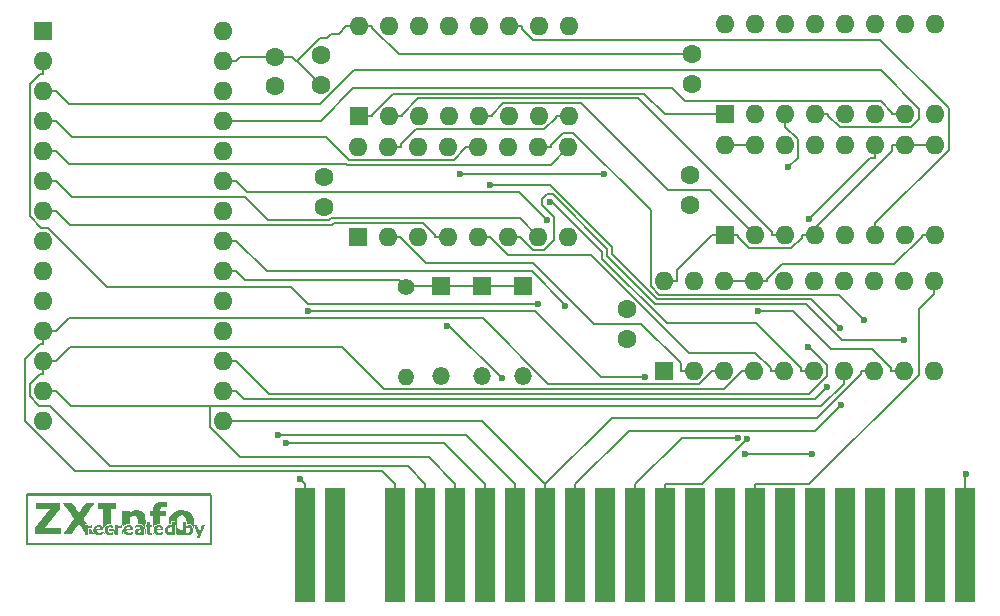
<source format=gbr>
%TF.GenerationSoftware,KiCad,Pcbnew,8.0.2*%
%TF.CreationDate,2024-05-20T10:37:38+02:00*%
%TF.ProjectId,zx81-external-rom-with-display,7a783831-2d65-4787-9465-726e616c2d72,rev?*%
%TF.SameCoordinates,Original*%
%TF.FileFunction,Copper,L1,Top*%
%TF.FilePolarity,Positive*%
%FSLAX46Y46*%
G04 Gerber Fmt 4.6, Leading zero omitted, Abs format (unit mm)*
G04 Created by KiCad (PCBNEW 8.0.2) date 2024-05-20 10:37:38*
%MOMM*%
%LPD*%
G01*
G04 APERTURE LIST*
%TA.AperFunction,EtchedComponent*%
%ADD10C,0.000000*%
%TD*%
%TA.AperFunction,ComponentPad*%
%ADD11C,1.600000*%
%TD*%
%TA.AperFunction,ComponentPad*%
%ADD12R,1.600000X1.600000*%
%TD*%
%TA.AperFunction,ComponentPad*%
%ADD13O,1.600000X1.600000*%
%TD*%
%TA.AperFunction,ComponentPad*%
%ADD14C,1.400000*%
%TD*%
%TA.AperFunction,ComponentPad*%
%ADD15O,1.400000X1.400000*%
%TD*%
%TA.AperFunction,ComponentPad*%
%ADD16R,1.500000X1.500000*%
%TD*%
%TA.AperFunction,ComponentPad*%
%ADD17O,1.500000X1.500000*%
%TD*%
%TA.AperFunction,ConnectorPad*%
%ADD18R,1.778000X9.620000*%
%TD*%
%TA.AperFunction,ViaPad*%
%ADD19C,0.600000*%
%TD*%
%TA.AperFunction,Conductor*%
%ADD20C,0.200000*%
%TD*%
G04 APERTURE END LIST*
D10*
%TA.AperFunction,EtchedComponent*%
%TO.C,G200*%
G36*
X86673239Y-117491726D02*
G01*
X86664180Y-117500785D01*
X86655122Y-117491726D01*
X86664180Y-117482668D01*
X86673239Y-117491726D01*
G37*
%TD.AperFunction*%
%TA.AperFunction,EtchedComponent*%
G36*
X89209615Y-117491726D02*
G01*
X89200557Y-117500785D01*
X89191498Y-117491726D01*
X89200557Y-117482668D01*
X89209615Y-117491726D01*
G37*
%TD.AperFunction*%
%TA.AperFunction,EtchedComponent*%
G36*
X91782226Y-117491726D02*
G01*
X91773167Y-117500785D01*
X91764109Y-117491726D01*
X91773167Y-117482668D01*
X91782226Y-117491726D01*
G37*
%TD.AperFunction*%
%TA.AperFunction,EtchedComponent*%
G36*
X91239722Y-117518902D02*
G01*
X91264255Y-117583892D01*
X91289639Y-117642455D01*
X91302832Y-117668367D01*
X91320634Y-117702735D01*
X91316375Y-117715988D01*
X91286461Y-117718188D01*
X91285033Y-117718188D01*
X91251749Y-117712378D01*
X91239748Y-117687553D01*
X91238717Y-117664907D01*
X91233132Y-117623068D01*
X91220600Y-117600428D01*
X91210112Y-117577107D01*
X91204277Y-117530839D01*
X91203806Y-117504245D01*
X91205130Y-117419258D01*
X91239722Y-117518902D01*
G37*
%TD.AperFunction*%
%TA.AperFunction,EtchedComponent*%
G36*
X88623333Y-117281283D02*
G01*
X88629540Y-117321074D01*
X88629872Y-117334214D01*
X88637028Y-117394150D01*
X88655677Y-117472864D01*
X88681593Y-117556490D01*
X88710546Y-117631161D01*
X88734510Y-117677425D01*
X88748660Y-117702212D01*
X88744300Y-117714128D01*
X88714809Y-117717887D01*
X88677248Y-117718188D01*
X88593638Y-117718188D01*
X88593638Y-117491726D01*
X88595033Y-117393622D01*
X88599010Y-117320666D01*
X88605253Y-117276789D01*
X88611755Y-117265264D01*
X88623333Y-117281283D01*
G37*
%TD.AperFunction*%
%TA.AperFunction,EtchedComponent*%
G36*
X85929365Y-117267249D02*
G01*
X85953032Y-117284843D01*
X85982855Y-117320316D01*
X86024933Y-117378776D01*
X86043674Y-117405598D01*
X86087578Y-117469870D01*
X86122345Y-117523248D01*
X86143505Y-117558727D01*
X86147846Y-117568924D01*
X86155739Y-117592297D01*
X86175501Y-117634046D01*
X86184116Y-117650518D01*
X86220385Y-117718188D01*
X86011447Y-117718188D01*
X85802509Y-117718188D01*
X85807595Y-117496256D01*
X85812682Y-117274323D01*
X85876092Y-117265259D01*
X85905751Y-117262424D01*
X85929365Y-117267249D01*
G37*
%TD.AperFunction*%
%TA.AperFunction,EtchedComponent*%
G36*
X87077967Y-117472241D02*
G01*
X87095034Y-117522991D01*
X87098643Y-117534427D01*
X87121065Y-117597917D01*
X87144556Y-117652807D01*
X87157593Y-117676847D01*
X87172757Y-117703006D01*
X87167774Y-117714853D01*
X87136134Y-117718056D01*
X87110130Y-117718188D01*
X87035578Y-117718188D01*
X87035578Y-117631227D01*
X87031666Y-117575725D01*
X87021756Y-117534644D01*
X87015650Y-117524337D01*
X87008334Y-117500831D01*
X87031251Y-117468878D01*
X87051563Y-117450522D01*
X87065306Y-117449864D01*
X87077967Y-117472241D01*
G37*
%TD.AperFunction*%
%TA.AperFunction,EtchedComponent*%
G36*
X83339715Y-115343105D02*
G01*
X83339715Y-115594984D01*
X82686060Y-116398419D01*
X82032406Y-117201855D01*
X82722294Y-117206599D01*
X83412183Y-117211344D01*
X83412183Y-117464766D01*
X83412183Y-117718188D01*
X82307048Y-117718188D01*
X81201912Y-117718188D01*
X81201912Y-117473810D01*
X81201912Y-117229432D01*
X81854789Y-116418496D01*
X82507667Y-115607561D01*
X81891023Y-115602794D01*
X81274380Y-115598027D01*
X81274380Y-115344627D01*
X81274380Y-115091227D01*
X82307048Y-115091227D01*
X83339715Y-115091227D01*
X83339715Y-115343105D01*
G37*
%TD.AperFunction*%
%TA.AperFunction,EtchedComponent*%
G36*
X85731156Y-117011626D02*
G01*
X85732470Y-117049745D01*
X85735635Y-117065747D01*
X85735685Y-117065748D01*
X85752848Y-117058094D01*
X85793393Y-117038277D01*
X85846940Y-117011397D01*
X85910848Y-116982940D01*
X85969767Y-116963336D01*
X86005464Y-116957275D01*
X86034508Y-116959000D01*
X86049966Y-116969963D01*
X86056122Y-116998851D01*
X86057259Y-117054347D01*
X86057262Y-117062307D01*
X86057262Y-117167338D01*
X85944030Y-117160384D01*
X85874864Y-117159698D01*
X85813160Y-117165122D01*
X85780978Y-117172665D01*
X85731156Y-117191899D01*
X85731156Y-117473161D01*
X85731156Y-117754422D01*
X85613396Y-117754422D01*
X85495635Y-117754422D01*
X85495635Y-117355849D01*
X85495635Y-116957275D01*
X85613396Y-116957275D01*
X85731156Y-116957275D01*
X85731156Y-117011626D01*
G37*
%TD.AperFunction*%
%TA.AperFunction,EtchedComponent*%
G36*
X88267533Y-117011626D02*
G01*
X88268846Y-117049745D01*
X88272011Y-117065747D01*
X88272062Y-117065748D01*
X88289224Y-117058094D01*
X88329770Y-117038277D01*
X88383317Y-117011397D01*
X88447224Y-116982940D01*
X88506143Y-116963336D01*
X88541840Y-116957275D01*
X88570885Y-116959000D01*
X88586343Y-116969963D01*
X88592499Y-116998851D01*
X88593636Y-117054347D01*
X88593638Y-117062307D01*
X88593638Y-117167338D01*
X88480407Y-117160384D01*
X88411241Y-117159698D01*
X88349537Y-117165122D01*
X88317354Y-117172665D01*
X88267533Y-117191899D01*
X88267533Y-117473161D01*
X88267533Y-117754422D01*
X88149772Y-117754422D01*
X88032012Y-117754422D01*
X88032012Y-117355849D01*
X88032012Y-116957275D01*
X88149772Y-116957275D01*
X88267533Y-116957275D01*
X88267533Y-117011626D01*
G37*
%TD.AperFunction*%
%TA.AperFunction,EtchedComponent*%
G36*
X88068246Y-115326748D02*
G01*
X88068246Y-115562268D01*
X87850842Y-115562268D01*
X87633438Y-115562268D01*
X87633438Y-116205421D01*
X87633438Y-116848574D01*
X87520207Y-116849369D01*
X87390818Y-116860728D01*
X87285211Y-116894868D01*
X87199174Y-116954890D01*
X87128497Y-117043894D01*
X87068966Y-117164980D01*
X87059961Y-117188155D01*
X87050802Y-117204162D01*
X87040578Y-117198716D01*
X87026571Y-117167468D01*
X87006066Y-117106067D01*
X87003386Y-117097570D01*
X86992907Y-117063073D01*
X86984373Y-117030192D01*
X86977590Y-116994908D01*
X86972359Y-116953201D01*
X86968485Y-116901053D01*
X86965770Y-116834444D01*
X86964018Y-116749356D01*
X86963034Y-116641768D01*
X86962619Y-116507663D01*
X86962577Y-116343021D01*
X86962623Y-116264301D01*
X86963110Y-115562268D01*
X86745707Y-115562268D01*
X86528303Y-115562268D01*
X86528303Y-115326748D01*
X86528303Y-115091227D01*
X87298274Y-115091227D01*
X88068246Y-115091227D01*
X88068246Y-115326748D01*
G37*
%TD.AperFunction*%
%TA.AperFunction,EtchedComponent*%
G36*
X87605784Y-117234943D02*
G01*
X87633129Y-117237989D01*
X87697165Y-117249458D01*
X87751724Y-117265595D01*
X87773208Y-117275783D01*
X87822735Y-117296318D01*
X87871962Y-117299842D01*
X87908003Y-117286484D01*
X87916758Y-117274323D01*
X87932463Y-117246749D01*
X87944590Y-117255206D01*
X87953141Y-117299699D01*
X87958119Y-117380237D01*
X87959544Y-117482668D01*
X87958200Y-117583394D01*
X87954359Y-117658666D01*
X87948308Y-117704748D01*
X87941427Y-117718188D01*
X87930912Y-117701933D01*
X87924375Y-117660536D01*
X87923310Y-117631227D01*
X87920076Y-117576428D01*
X87911876Y-117536716D01*
X87906727Y-117527054D01*
X87891593Y-117496843D01*
X87884081Y-117464551D01*
X87864482Y-117427193D01*
X87823175Y-117413175D01*
X87766812Y-117423282D01*
X87721580Y-117445364D01*
X87658483Y-117471190D01*
X87586920Y-117481972D01*
X87520180Y-117477224D01*
X87471553Y-117456458D01*
X87469393Y-117454594D01*
X87450515Y-117415469D01*
X87452379Y-117360448D01*
X87473010Y-117301861D01*
X87500172Y-117262379D01*
X87524686Y-117241506D01*
X87555872Y-117233098D01*
X87605784Y-117234943D01*
G37*
%TD.AperFunction*%
%TA.AperFunction,EtchedComponent*%
G36*
X90930728Y-116839515D02*
G01*
X90930728Y-116957275D01*
X91048488Y-116957275D01*
X91166249Y-116957275D01*
X91166249Y-117047860D01*
X91166249Y-117138445D01*
X91048488Y-117138445D01*
X90930728Y-117138445D01*
X90930995Y-117315086D01*
X90933035Y-117419270D01*
X90940636Y-117492583D01*
X90956568Y-117540282D01*
X90983600Y-117567622D01*
X91024502Y-117579859D01*
X91071837Y-117582311D01*
X91166313Y-117582311D01*
X91166281Y-117665996D01*
X91164749Y-117717229D01*
X91154923Y-117743295D01*
X91128878Y-117755259D01*
X91098310Y-117760911D01*
X90972964Y-117770216D01*
X90860233Y-117756427D01*
X90846175Y-117752660D01*
X90795889Y-117727306D01*
X90747719Y-117686893D01*
X90742002Y-117680436D01*
X90723105Y-117656362D01*
X90710128Y-117632243D01*
X90701960Y-117600989D01*
X90697491Y-117555513D01*
X90695611Y-117488724D01*
X90695209Y-117393533D01*
X90695207Y-117381634D01*
X90695207Y-117138445D01*
X90640856Y-117138445D01*
X90608682Y-117136466D01*
X90592638Y-117124298D01*
X90587116Y-117092593D01*
X90586505Y-117047860D01*
X90587693Y-116994236D01*
X90594994Y-116967496D01*
X90614017Y-116958293D01*
X90640856Y-116957275D01*
X90695207Y-116957275D01*
X90695207Y-116839515D01*
X90695207Y-116721755D01*
X90812968Y-116721755D01*
X90930728Y-116721755D01*
X90930728Y-116839515D01*
G37*
%TD.AperFunction*%
%TA.AperFunction,EtchedComponent*%
G36*
X96152598Y-114308016D02*
G01*
X96211826Y-114367245D01*
X96211826Y-116450000D01*
X96211826Y-118532756D01*
X96152598Y-118591984D01*
X96093370Y-118651213D01*
X88344182Y-118654627D01*
X87815953Y-118654825D01*
X87296796Y-118654951D01*
X86787890Y-118655006D01*
X86290415Y-118654993D01*
X85805551Y-118654913D01*
X85334478Y-118654768D01*
X84878377Y-118654560D01*
X84438427Y-118654290D01*
X84015809Y-118653960D01*
X83611703Y-118653573D01*
X83227289Y-118653129D01*
X82863746Y-118652630D01*
X82522256Y-118652079D01*
X82203997Y-118651477D01*
X81910151Y-118650826D01*
X81641898Y-118650127D01*
X81400417Y-118649382D01*
X81186888Y-118648594D01*
X81002492Y-118647763D01*
X80848410Y-118646892D01*
X80725820Y-118645982D01*
X80635903Y-118645035D01*
X80579839Y-118644054D01*
X80558808Y-118643038D01*
X80558759Y-118643020D01*
X80521804Y-118619603D01*
X80480575Y-118582801D01*
X80477233Y-118579266D01*
X80431941Y-118530533D01*
X80431941Y-116450000D01*
X80640286Y-116450000D01*
X80640286Y-118442867D01*
X88321883Y-118442867D01*
X96003481Y-118442867D01*
X96003481Y-116450000D01*
X96003481Y-114457133D01*
X88321883Y-114457133D01*
X80640286Y-114457133D01*
X80640286Y-116450000D01*
X80431941Y-116450000D01*
X80431941Y-116448889D01*
X80431941Y-114457133D01*
X80431941Y-114367245D01*
X80491169Y-114308016D01*
X80550398Y-114248788D01*
X88321883Y-114248788D01*
X96093369Y-114248788D01*
X96152598Y-114308016D01*
G37*
%TD.AperFunction*%
%TA.AperFunction,EtchedComponent*%
G36*
X93050414Y-117201855D02*
G01*
X93050414Y-117754422D01*
X92923595Y-117754422D01*
X92856866Y-117753407D01*
X92818632Y-117748926D01*
X92801180Y-117738825D01*
X92796794Y-117720952D01*
X92796777Y-117719022D01*
X92794775Y-117700124D01*
X92783578Y-117694758D01*
X92755401Y-117703653D01*
X92702455Y-117727534D01*
X92701662Y-117727903D01*
X92612080Y-117761498D01*
X92535027Y-117769435D01*
X92457915Y-117752171D01*
X92423586Y-117738019D01*
X92340494Y-117682250D01*
X92281726Y-117601038D01*
X92246879Y-117493562D01*
X92235967Y-117364016D01*
X92488788Y-117364016D01*
X92496576Y-117436621D01*
X92517104Y-117501369D01*
X92546114Y-117547310D01*
X92565404Y-117561127D01*
X92616851Y-117570658D01*
X92682740Y-117569430D01*
X92743115Y-117558064D01*
X92750900Y-117555358D01*
X92797967Y-117537463D01*
X92792843Y-117333425D01*
X92787718Y-117129387D01*
X92717449Y-117123625D01*
X92627643Y-117130198D01*
X92559277Y-117165631D01*
X92513372Y-117228846D01*
X92490954Y-117318769D01*
X92488788Y-117364016D01*
X92235967Y-117364016D01*
X92235545Y-117359003D01*
X92235548Y-117357675D01*
X92250170Y-117228175D01*
X92292034Y-117120315D01*
X92359530Y-117036101D01*
X92451046Y-116977538D01*
X92564973Y-116946635D01*
X92565473Y-116946569D01*
X92659517Y-116948868D01*
X92719779Y-116964186D01*
X92796777Y-116991902D01*
X92796777Y-116820595D01*
X92796777Y-116649287D01*
X92923595Y-116649287D01*
X93050414Y-116649287D01*
X93050414Y-117201855D01*
G37*
%TD.AperFunction*%
%TA.AperFunction,EtchedComponent*%
G36*
X95052804Y-117197325D02*
G01*
X95085121Y-117284995D01*
X95113912Y-117360523D01*
X95136584Y-117417298D01*
X95150546Y-117448710D01*
X95152785Y-117452366D01*
X95164047Y-117443177D01*
X95183953Y-117404136D01*
X95210604Y-117340055D01*
X95242100Y-117255748D01*
X95276541Y-117156026D01*
X95307116Y-117061448D01*
X95339770Y-116957275D01*
X95463280Y-116957275D01*
X95524904Y-116959098D01*
X95569222Y-116963885D01*
X95586933Y-116970615D01*
X95586956Y-116970863D01*
X95580473Y-116990413D01*
X95562020Y-117039409D01*
X95533223Y-117113708D01*
X95495703Y-117209169D01*
X95451085Y-117321650D01*
X95400992Y-117447008D01*
X95374082Y-117514011D01*
X95161042Y-118043570D01*
X95029694Y-118043932D01*
X94965953Y-118042773D01*
X94919268Y-118039381D01*
X94898643Y-118034453D01*
X94898346Y-118033743D01*
X94905135Y-118013183D01*
X94923067Y-117968584D01*
X94948486Y-117908982D01*
X94952697Y-117899358D01*
X94979100Y-117836591D01*
X94998425Y-117785679D01*
X95006931Y-117756558D01*
X95007048Y-117754944D01*
X95000751Y-117732567D01*
X94983153Y-117681755D01*
X94956193Y-117607800D01*
X94921811Y-117515995D01*
X94881946Y-117411633D01*
X94868764Y-117377524D01*
X94827033Y-117269420D01*
X94789509Y-117171424D01*
X94758279Y-117089051D01*
X94735429Y-117027814D01*
X94723048Y-116993229D01*
X94721716Y-116988980D01*
X94721090Y-116972300D01*
X94735426Y-116962718D01*
X94771742Y-116958340D01*
X94837056Y-116957276D01*
X94839323Y-116957275D01*
X94965697Y-116957275D01*
X95052804Y-117197325D01*
G37*
%TD.AperFunction*%
%TA.AperFunction,EtchedComponent*%
G36*
X87639831Y-116952509D02*
G01*
X87716855Y-116960281D01*
X87773845Y-116971669D01*
X87850842Y-116994906D01*
X87850842Y-117102910D01*
X87849743Y-117160042D01*
X87846889Y-117199192D01*
X87843633Y-117210913D01*
X87825128Y-117202699D01*
X87785832Y-117181726D01*
X87757577Y-117165839D01*
X87662678Y-117127245D01*
X87571643Y-117119885D01*
X87490271Y-117143637D01*
X87449036Y-117172290D01*
X87416817Y-117204794D01*
X87398154Y-117238067D01*
X87388292Y-117284529D01*
X87383248Y-117344120D01*
X87380099Y-117409199D01*
X87383631Y-117450877D01*
X87397834Y-117481886D01*
X87426701Y-117514960D01*
X87441459Y-117529832D01*
X87480316Y-117566423D01*
X87512173Y-117585216D01*
X87551108Y-117590899D01*
X87611200Y-117588158D01*
X87615713Y-117587833D01*
X87710834Y-117572173D01*
X87777691Y-117540388D01*
X87815213Y-117514430D01*
X87839039Y-117501211D01*
X87841050Y-117500785D01*
X87846252Y-117517235D01*
X87849803Y-117559930D01*
X87850842Y-117607714D01*
X87849787Y-117667771D01*
X87843442Y-117701948D01*
X87827034Y-117720595D01*
X87795791Y-117734060D01*
X87791962Y-117735416D01*
X87715021Y-117753392D01*
X87619041Y-117763049D01*
X87520437Y-117763547D01*
X87435622Y-117754045D01*
X87434152Y-117753741D01*
X87329942Y-117715539D01*
X87239384Y-117650790D01*
X87172265Y-117566751D01*
X87165826Y-117554893D01*
X87143332Y-117504381D01*
X87131541Y-117454765D01*
X87128206Y-117392353D01*
X87129660Y-117334667D01*
X87134730Y-117257638D01*
X87144758Y-117203631D01*
X87163404Y-117159458D01*
X87189640Y-117118543D01*
X87266483Y-117037049D01*
X87364229Y-116982792D01*
X87485096Y-116954765D01*
X87560079Y-116950190D01*
X87639831Y-116952509D01*
G37*
%TD.AperFunction*%
%TA.AperFunction,EtchedComponent*%
G36*
X94028731Y-116839515D02*
G01*
X94030253Y-116919679D01*
X94034403Y-116982488D01*
X94040556Y-117020985D01*
X94045812Y-117029743D01*
X94071431Y-117021293D01*
X94113022Y-117000412D01*
X94122809Y-116994838D01*
X94222577Y-116954565D01*
X94321867Y-116946445D01*
X94414686Y-116968234D01*
X94495042Y-117017684D01*
X94556944Y-117092550D01*
X94589268Y-117169655D01*
X94604093Y-117258095D01*
X94607208Y-117361619D01*
X94598632Y-117461027D01*
X94588881Y-117507211D01*
X94555191Y-117579738D01*
X94499489Y-117651641D01*
X94432216Y-117711890D01*
X94363811Y-117749456D01*
X94357728Y-117751416D01*
X94284451Y-117767980D01*
X94217789Y-117768034D01*
X94140589Y-117751091D01*
X94119316Y-117744670D01*
X94065682Y-117731785D01*
X94035508Y-117732888D01*
X94031750Y-117736823D01*
X94011946Y-117745882D01*
X93966170Y-117752235D01*
X93909461Y-117754422D01*
X93793210Y-117754422D01*
X93793210Y-117381032D01*
X94028731Y-117381032D01*
X94029840Y-117459841D01*
X94032831Y-117524632D01*
X94037205Y-117567172D01*
X94040809Y-117579292D01*
X94070279Y-117589219D01*
X94121517Y-117591328D01*
X94181105Y-117586454D01*
X94235622Y-117575431D01*
X94261624Y-117565553D01*
X94313929Y-117521711D01*
X94344494Y-117453769D01*
X94354823Y-117358316D01*
X94354836Y-117354097D01*
X94346394Y-117272398D01*
X94323474Y-117204640D01*
X94289691Y-117159793D01*
X94272498Y-117149699D01*
X94214363Y-117138956D01*
X94146456Y-117141869D01*
X94087161Y-117156909D01*
X94068996Y-117166648D01*
X94050750Y-117182195D01*
X94039024Y-117203099D01*
X94032395Y-117236938D01*
X94029439Y-117291293D01*
X94028733Y-117373744D01*
X94028731Y-117381032D01*
X93793210Y-117381032D01*
X93793210Y-117201855D01*
X93793210Y-116649287D01*
X93910971Y-116649287D01*
X94028731Y-116649287D01*
X94028731Y-116839515D01*
G37*
%TD.AperFunction*%
%TA.AperFunction,EtchedComponent*%
G36*
X92140914Y-114953990D02*
G01*
X92225638Y-114959998D01*
X92302139Y-114966686D01*
X92359708Y-114973055D01*
X92380964Y-114976360D01*
X92434437Y-114987054D01*
X92434437Y-115213365D01*
X92434259Y-115307086D01*
X92433013Y-115370170D01*
X92429635Y-115408211D01*
X92423056Y-115426806D01*
X92412213Y-115431551D01*
X92396038Y-115428042D01*
X92393674Y-115427327D01*
X92357565Y-115420657D01*
X92296256Y-115413474D01*
X92220739Y-115406987D01*
X92189858Y-115404910D01*
X92066502Y-115403545D01*
X91972888Y-115418254D01*
X91905221Y-115451401D01*
X91859704Y-115505351D01*
X91832539Y-115582467D01*
X91824413Y-115632445D01*
X91813413Y-115725321D01*
X92060515Y-115725321D01*
X92307618Y-115725321D01*
X92307618Y-115942725D01*
X92307618Y-116160129D01*
X92072097Y-116160129D01*
X91836577Y-116160129D01*
X91836577Y-116504351D01*
X91836577Y-116848574D01*
X91686140Y-116848574D01*
X91545994Y-116861036D01*
X91430635Y-116898918D01*
X91338315Y-116962966D01*
X91291408Y-117016792D01*
X91260339Y-117058382D01*
X91244738Y-117072872D01*
X91239306Y-117062858D01*
X91238717Y-117042589D01*
X91232408Y-117003164D01*
X91220600Y-116984451D01*
X91214440Y-116962681D01*
X91209424Y-116907540D01*
X91205677Y-116821878D01*
X91203323Y-116708545D01*
X91202483Y-116570389D01*
X91202483Y-116566691D01*
X91202483Y-116160129D01*
X91066605Y-116160129D01*
X90930728Y-116160129D01*
X90930728Y-115942725D01*
X90930728Y-115725321D01*
X91064341Y-115725321D01*
X91197953Y-115725321D01*
X91209277Y-115668706D01*
X91217704Y-115606792D01*
X91220600Y-115552854D01*
X91226013Y-115504352D01*
X91240105Y-115437285D01*
X91257021Y-115375700D01*
X91314431Y-115246561D01*
X91399591Y-115140507D01*
X91512208Y-115057678D01*
X91651988Y-114998214D01*
X91818637Y-114962255D01*
X92011862Y-114949941D01*
X92140914Y-114953990D01*
G37*
%TD.AperFunction*%
%TA.AperFunction,EtchedComponent*%
G36*
X86713533Y-116954681D02*
G01*
X86791989Y-116972705D01*
X86854060Y-117006297D01*
X86901966Y-117050668D01*
X86941918Y-117101388D01*
X86967458Y-117154360D01*
X86983608Y-117222457D01*
X86991314Y-117279739D01*
X87004024Y-117392083D01*
X86711813Y-117392083D01*
X86602908Y-117392297D01*
X86525045Y-117393364D01*
X86473034Y-117395924D01*
X86441682Y-117400615D01*
X86425799Y-117408075D01*
X86420193Y-117418943D01*
X86419601Y-117428031D01*
X86431176Y-117463371D01*
X86460138Y-117508354D01*
X86472466Y-117523145D01*
X86500941Y-117552894D01*
X86527438Y-117570513D01*
X86562395Y-117579173D01*
X86616253Y-117582045D01*
X86667223Y-117582311D01*
X86752771Y-117579568D01*
X86815699Y-117569691D01*
X86869320Y-117550207D01*
X86886671Y-117541548D01*
X86933751Y-117517740D01*
X86966221Y-117503056D01*
X86973631Y-117500785D01*
X86977847Y-117517160D01*
X86979016Y-117559512D01*
X86977602Y-117603214D01*
X86973393Y-117661586D01*
X86964219Y-117694736D01*
X86943383Y-117713633D01*
X86904188Y-117729248D01*
X86899701Y-117730808D01*
X86805186Y-117753117D01*
X86692538Y-117764072D01*
X86577803Y-117763163D01*
X86477025Y-117749883D01*
X86456854Y-117744843D01*
X86341930Y-117698987D01*
X86256871Y-117633568D01*
X86200627Y-117547063D01*
X86172147Y-117437951D01*
X86168923Y-117327518D01*
X86175185Y-117250577D01*
X86175945Y-117247147D01*
X86402261Y-117247147D01*
X86573984Y-117247147D01*
X86655922Y-117246171D01*
X86707742Y-117242602D01*
X86735523Y-117235477D01*
X86745345Y-117223834D01*
X86745707Y-117219972D01*
X86730361Y-117173961D01*
X86690129Y-117141959D01*
X86633721Y-117124399D01*
X86569846Y-117121716D01*
X86507212Y-117134342D01*
X86454530Y-117162712D01*
X86421987Y-117203852D01*
X86402261Y-117247147D01*
X86175945Y-117247147D01*
X86187343Y-117195725D01*
X86209495Y-117148859D01*
X86229833Y-117117931D01*
X86304721Y-117036602D01*
X86397553Y-116982638D01*
X86512085Y-116954366D01*
X86609346Y-116948976D01*
X86713533Y-116954681D01*
G37*
%TD.AperFunction*%
%TA.AperFunction,EtchedComponent*%
G36*
X89249910Y-116954681D02*
G01*
X89328365Y-116972705D01*
X89390436Y-117006297D01*
X89438343Y-117050668D01*
X89478294Y-117101388D01*
X89503834Y-117154360D01*
X89519984Y-117222457D01*
X89527691Y-117279739D01*
X89540401Y-117392083D01*
X89248189Y-117392083D01*
X89139285Y-117392297D01*
X89061422Y-117393364D01*
X89009410Y-117395924D01*
X88978058Y-117400615D01*
X88962175Y-117408075D01*
X88956569Y-117418943D01*
X88955978Y-117428031D01*
X88967553Y-117463371D01*
X88996514Y-117508354D01*
X89008842Y-117523145D01*
X89037318Y-117552894D01*
X89063814Y-117570513D01*
X89098772Y-117579173D01*
X89152629Y-117582045D01*
X89203600Y-117582311D01*
X89289148Y-117579568D01*
X89352076Y-117569691D01*
X89405696Y-117550207D01*
X89423048Y-117541548D01*
X89470128Y-117517740D01*
X89502598Y-117503056D01*
X89510007Y-117500785D01*
X89514224Y-117517160D01*
X89515392Y-117559512D01*
X89513979Y-117603214D01*
X89509770Y-117661586D01*
X89500596Y-117694736D01*
X89479760Y-117713633D01*
X89440564Y-117729248D01*
X89436077Y-117730808D01*
X89341562Y-117753117D01*
X89228915Y-117764072D01*
X89114180Y-117763163D01*
X89013402Y-117749883D01*
X88993231Y-117744843D01*
X88878307Y-117698987D01*
X88793248Y-117633568D01*
X88737003Y-117547063D01*
X88708524Y-117437951D01*
X88705299Y-117327518D01*
X88711562Y-117250577D01*
X88712322Y-117247147D01*
X88938637Y-117247147D01*
X89110360Y-117247147D01*
X89192298Y-117246171D01*
X89244118Y-117242602D01*
X89271900Y-117235477D01*
X89281721Y-117223834D01*
X89282083Y-117219972D01*
X89266737Y-117173961D01*
X89226506Y-117141959D01*
X89170098Y-117124399D01*
X89106222Y-117121716D01*
X89043589Y-117134342D01*
X88990907Y-117162712D01*
X88958364Y-117203852D01*
X88938637Y-117247147D01*
X88712322Y-117247147D01*
X88723720Y-117195725D01*
X88745872Y-117148859D01*
X88766210Y-117117931D01*
X88841098Y-117036602D01*
X88933930Y-116982638D01*
X89048462Y-116954366D01*
X89145722Y-116948976D01*
X89249910Y-116954681D01*
G37*
%TD.AperFunction*%
%TA.AperFunction,EtchedComponent*%
G36*
X91822520Y-116954681D02*
G01*
X91900976Y-116972705D01*
X91963047Y-117006297D01*
X92010953Y-117050668D01*
X92050905Y-117101388D01*
X92076445Y-117154360D01*
X92092595Y-117222457D01*
X92100301Y-117279739D01*
X92113012Y-117392083D01*
X91820800Y-117392083D01*
X91711895Y-117392297D01*
X91634033Y-117393364D01*
X91582021Y-117395924D01*
X91550669Y-117400615D01*
X91534786Y-117408075D01*
X91529180Y-117418943D01*
X91528588Y-117428031D01*
X91540164Y-117463371D01*
X91569125Y-117508354D01*
X91581453Y-117523145D01*
X91609928Y-117552894D01*
X91636425Y-117570513D01*
X91671382Y-117579173D01*
X91725240Y-117582045D01*
X91776210Y-117582311D01*
X91861758Y-117579568D01*
X91924686Y-117569691D01*
X91978307Y-117550207D01*
X91995658Y-117541548D01*
X92042738Y-117517740D01*
X92075208Y-117503056D01*
X92082618Y-117500785D01*
X92086835Y-117517160D01*
X92088003Y-117559512D01*
X92086589Y-117603214D01*
X92082380Y-117661586D01*
X92073206Y-117694736D01*
X92052371Y-117713633D01*
X92013175Y-117729248D01*
X92008688Y-117730808D01*
X91914173Y-117753117D01*
X91801526Y-117764072D01*
X91686790Y-117763163D01*
X91586012Y-117749883D01*
X91565841Y-117744843D01*
X91450918Y-117698987D01*
X91365858Y-117633568D01*
X91309614Y-117547063D01*
X91281134Y-117437951D01*
X91277910Y-117327518D01*
X91284172Y-117250577D01*
X91284932Y-117247147D01*
X91511248Y-117247147D01*
X91682971Y-117247147D01*
X91764909Y-117246171D01*
X91816729Y-117242602D01*
X91844510Y-117235477D01*
X91854332Y-117223834D01*
X91854694Y-117219972D01*
X91839348Y-117173961D01*
X91799116Y-117141959D01*
X91742708Y-117124399D01*
X91678833Y-117121716D01*
X91616200Y-117134342D01*
X91563517Y-117162712D01*
X91530974Y-117203852D01*
X91511248Y-117247147D01*
X91284932Y-117247147D01*
X91296330Y-117195725D01*
X91318482Y-117148859D01*
X91338820Y-117117931D01*
X91413708Y-117036602D01*
X91506540Y-116982638D01*
X91621072Y-116954366D01*
X91718333Y-116948976D01*
X91822520Y-116954681D01*
G37*
%TD.AperFunction*%
%TA.AperFunction,EtchedComponent*%
G36*
X90185101Y-116954859D02*
G01*
X90236187Y-116963838D01*
X90281359Y-116979304D01*
X90297939Y-116986631D01*
X90345337Y-117011563D01*
X90381097Y-117040232D01*
X90406823Y-117077863D01*
X90424124Y-117129678D01*
X90434604Y-117200902D01*
X90439870Y-117296759D01*
X90441529Y-117422471D01*
X90441570Y-117453701D01*
X90441570Y-117754422D01*
X90314751Y-117754422D01*
X90248104Y-117753445D01*
X90209922Y-117749036D01*
X90192459Y-117738984D01*
X90187967Y-117721073D01*
X90187932Y-117718188D01*
X90186265Y-117692233D01*
X90175958Y-117684807D01*
X90149052Y-117695974D01*
X90109426Y-117718807D01*
X90015013Y-117756094D01*
X89912745Y-117765746D01*
X89815598Y-117746954D01*
X89795089Y-117738405D01*
X89721517Y-117686809D01*
X89677462Y-117614430D01*
X89662544Y-117520639D01*
X89662540Y-117518902D01*
X89666204Y-117491414D01*
X89904301Y-117491414D01*
X89907871Y-117519528D01*
X89923570Y-117546077D01*
X89953984Y-117577982D01*
X89997713Y-117590364D01*
X90024444Y-117591370D01*
X90084253Y-117585895D01*
X90136686Y-117572498D01*
X90141787Y-117570345D01*
X90170171Y-117552533D01*
X90183827Y-117525237D01*
X90187839Y-117476485D01*
X90187932Y-117461643D01*
X90186507Y-117409079D01*
X90178646Y-117383279D01*
X90158971Y-117374786D01*
X90138110Y-117374067D01*
X90057836Y-117383372D01*
X89985738Y-117407923D01*
X89933727Y-117443162D01*
X89922981Y-117456391D01*
X89904301Y-117491414D01*
X89666204Y-117491414D01*
X89673723Y-117435003D01*
X89708986Y-117368430D01*
X89770904Y-117317258D01*
X89862047Y-117279561D01*
X89984989Y-117253412D01*
X90024404Y-117248029D01*
X90094413Y-117239432D01*
X90148957Y-117232862D01*
X90179436Y-117229349D01*
X90182927Y-117229030D01*
X90187427Y-117214290D01*
X90187932Y-117202882D01*
X90171479Y-117166726D01*
X90126635Y-117140326D01*
X90060170Y-117124690D01*
X89978856Y-117120829D01*
X89889462Y-117129749D01*
X89814884Y-117147308D01*
X89763435Y-117162655D01*
X89728716Y-117172520D01*
X89720473Y-117174483D01*
X89718350Y-117158298D01*
X89718802Y-117116555D01*
X89720473Y-117080786D01*
X89725570Y-117024814D01*
X89736384Y-116994135D01*
X89758842Y-116977807D01*
X89780300Y-116970369D01*
X89821260Y-116963122D01*
X89887835Y-116956904D01*
X89969406Y-116952552D01*
X90024879Y-116951127D01*
X90118024Y-116951059D01*
X90185101Y-116954859D01*
G37*
%TD.AperFunction*%
%TA.AperFunction,EtchedComponent*%
G36*
X85999787Y-115091671D02*
G01*
X86095844Y-115093159D01*
X86162931Y-115095920D01*
X86204677Y-115100185D01*
X86224707Y-115106187D01*
X86226828Y-115113873D01*
X86213565Y-115133036D01*
X86181385Y-115178371D01*
X86132585Y-115246676D01*
X86069462Y-115334747D01*
X85994313Y-115439381D01*
X85909435Y-115557377D01*
X85817124Y-115685531D01*
X85772835Y-115746958D01*
X85678431Y-115878123D01*
X85590961Y-116000171D01*
X85512635Y-116109981D01*
X85445663Y-116204429D01*
X85392256Y-116280393D01*
X85354623Y-116334751D01*
X85334976Y-116364379D01*
X85332582Y-116368897D01*
X85342438Y-116386946D01*
X85369644Y-116429280D01*
X85410661Y-116490577D01*
X85461951Y-116565518D01*
X85495635Y-116614032D01*
X85551282Y-116694289D01*
X85598765Y-116763767D01*
X85634555Y-116817222D01*
X85655122Y-116849409D01*
X85658688Y-116856315D01*
X85642195Y-116861580D01*
X85599181Y-116866754D01*
X85545457Y-116870355D01*
X85432226Y-116875749D01*
X85423167Y-117246185D01*
X85414109Y-117616621D01*
X85162537Y-117231606D01*
X84910965Y-116846590D01*
X84620719Y-117282389D01*
X84330473Y-117718188D01*
X83960843Y-117718188D01*
X83832121Y-117717743D01*
X83735997Y-117716254D01*
X83668844Y-117713491D01*
X83627037Y-117709222D01*
X83606948Y-117703217D01*
X83604767Y-117695542D01*
X83617794Y-117676359D01*
X83649515Y-117630744D01*
X83697710Y-117561858D01*
X83760161Y-117472860D01*
X83834649Y-117366910D01*
X83918956Y-117247167D01*
X84010864Y-117116792D01*
X84068970Y-117034442D01*
X84519622Y-116395988D01*
X84077962Y-115765428D01*
X83983767Y-115630886D01*
X83895811Y-115505143D01*
X83816318Y-115391385D01*
X83747513Y-115292803D01*
X83691619Y-115212584D01*
X83650863Y-115153916D01*
X83627467Y-115119988D01*
X83622817Y-115113047D01*
X83626446Y-115105507D01*
X83650077Y-115099802D01*
X83697019Y-115095743D01*
X83770586Y-115093138D01*
X83874087Y-115091794D01*
X83995386Y-115091506D01*
X84381441Y-115091786D01*
X84653196Y-115498359D01*
X84725208Y-115605621D01*
X84790718Y-115702289D01*
X84847035Y-115784467D01*
X84891469Y-115848257D01*
X84921330Y-115889763D01*
X84933927Y-115905089D01*
X84934009Y-115905103D01*
X84946222Y-115890817D01*
X84976111Y-115850428D01*
X85020953Y-115787778D01*
X85078025Y-115706710D01*
X85144601Y-115611067D01*
X85217960Y-115504692D01*
X85222381Y-115498250D01*
X85501694Y-115091227D01*
X85871132Y-115091227D01*
X85999787Y-115091671D01*
G37*
%TD.AperFunction*%
%TA.AperFunction,EtchedComponent*%
G36*
X89978082Y-115679546D02*
G01*
X90138875Y-115711439D01*
X90273738Y-115768442D01*
X90383368Y-115851090D01*
X90468463Y-115959918D01*
X90529720Y-116095463D01*
X90533074Y-116105778D01*
X90548326Y-116161651D01*
X90559947Y-116224943D01*
X90568712Y-116302705D01*
X90575401Y-116401992D01*
X90580792Y-116529856D01*
X90581216Y-116542292D01*
X90584931Y-116656659D01*
X90586937Y-116739957D01*
X90586792Y-116797331D01*
X90584055Y-116833925D01*
X90578285Y-116854882D01*
X90569039Y-116865347D01*
X90555876Y-116870462D01*
X90552982Y-116871231D01*
X90531143Y-116881120D01*
X90519382Y-116902333D01*
X90514703Y-116944063D01*
X90514038Y-116990744D01*
X90516825Y-117050559D01*
X90524061Y-117094680D01*
X90532155Y-117111270D01*
X90546307Y-117136306D01*
X90550272Y-117165621D01*
X90557110Y-117203558D01*
X90568388Y-117219972D01*
X90575627Y-117242022D01*
X90581323Y-117294731D01*
X90585080Y-117372540D01*
X90586503Y-117469891D01*
X90586505Y-117474678D01*
X90586216Y-117572707D01*
X90584785Y-117640184D01*
X90581366Y-117682790D01*
X90575114Y-117706205D01*
X90565185Y-117716111D01*
X90550732Y-117718188D01*
X90550272Y-117718188D01*
X90535635Y-117716231D01*
X90525578Y-117706557D01*
X90519245Y-117683463D01*
X90515782Y-117641245D01*
X90514331Y-117574199D01*
X90514038Y-117476660D01*
X90508274Y-117303608D01*
X90489826Y-117162604D01*
X90456957Y-117051157D01*
X90407928Y-116966775D01*
X90341004Y-116906967D01*
X90254447Y-116869240D01*
X90146520Y-116851103D01*
X90076192Y-116848574D01*
X89959597Y-116848574D01*
X89939517Y-116603929D01*
X89927418Y-116480828D01*
X89912671Y-116388161D01*
X89893062Y-116320130D01*
X89866380Y-116270937D01*
X89830411Y-116234785D01*
X89788742Y-116208853D01*
X89716762Y-116186573D01*
X89623195Y-116179353D01*
X89519086Y-116186509D01*
X89415482Y-116207355D01*
X89331905Y-116237205D01*
X89227732Y-116284943D01*
X89227732Y-116566758D01*
X89227732Y-116848574D01*
X89095412Y-116848574D01*
X88961175Y-116863002D01*
X88846515Y-116905510D01*
X88754047Y-116974927D01*
X88718798Y-117016792D01*
X88687729Y-117058382D01*
X88672127Y-117072872D01*
X88666695Y-117062858D01*
X88666106Y-117042589D01*
X88659798Y-117003164D01*
X88647989Y-116984451D01*
X88633837Y-116959415D01*
X88629872Y-116930100D01*
X88623033Y-116892163D01*
X88611755Y-116875749D01*
X88606308Y-116854304D01*
X88601758Y-116798427D01*
X88598161Y-116709915D01*
X88595574Y-116590559D01*
X88594052Y-116442154D01*
X88593638Y-116294937D01*
X88593638Y-115725321D01*
X88910685Y-115725321D01*
X89227732Y-115725321D01*
X89227732Y-115834698D01*
X89227732Y-115944075D01*
X89337913Y-115869253D01*
X89510621Y-115769033D01*
X89680624Y-115704725D01*
X89847713Y-115676391D01*
X89978082Y-115679546D01*
G37*
%TD.AperFunction*%
%TA.AperFunction,EtchedComponent*%
G36*
X93782683Y-115681710D02*
G01*
X93971579Y-115715122D01*
X94145076Y-115774143D01*
X94298715Y-115857654D01*
X94422292Y-115958728D01*
X94537234Y-116097954D01*
X94621308Y-116255179D01*
X94674792Y-116431132D01*
X94697963Y-116626540D01*
X94699059Y-116682801D01*
X94697906Y-116766539D01*
X94693668Y-116821408D01*
X94685179Y-116854720D01*
X94671272Y-116873789D01*
X94668205Y-116876199D01*
X94649253Y-116896565D01*
X94647503Y-116925610D01*
X94657802Y-116965396D01*
X94669057Y-117029998D01*
X94656985Y-117093377D01*
X94655422Y-117097976D01*
X94632592Y-117163920D01*
X94621845Y-117110420D01*
X94592540Y-117034450D01*
X94539884Y-116958304D01*
X94473856Y-116896017D01*
X94464957Y-116889768D01*
X94417333Y-116864546D01*
X94361804Y-116851912D01*
X94287557Y-116848574D01*
X94220871Y-116851418D01*
X94164923Y-116858810D01*
X94136242Y-116867328D01*
X94116080Y-116875233D01*
X94105622Y-116866350D01*
X94101718Y-116833627D01*
X94101199Y-116788821D01*
X94099120Y-116732263D01*
X94093785Y-116691633D01*
X94089169Y-116679530D01*
X94079760Y-116657723D01*
X94064425Y-116609104D01*
X94045715Y-116542089D01*
X94034967Y-116500669D01*
X93999016Y-116382543D01*
X93956390Y-116293716D01*
X93902508Y-116227311D01*
X93832785Y-116176454D01*
X93810967Y-116164658D01*
X93709836Y-116130562D01*
X93600708Y-116123252D01*
X93493024Y-116141138D01*
X93396224Y-116182630D01*
X93319749Y-116246138D01*
X93318533Y-116247573D01*
X93273912Y-116311334D01*
X93241664Y-116384917D01*
X93220319Y-116474666D01*
X93208408Y-116586923D01*
X93204460Y-116728031D01*
X93204444Y-116739872D01*
X93205109Y-116842664D01*
X93207750Y-116917457D01*
X93213390Y-116972474D01*
X93223050Y-117015938D01*
X93237754Y-117056072D01*
X93246093Y-117074810D01*
X93309467Y-117182077D01*
X93387453Y-117257087D01*
X93483318Y-117301995D01*
X93600327Y-117318955D01*
X93616570Y-117319217D01*
X93720742Y-117319615D01*
X93720742Y-117517833D01*
X93722324Y-117602378D01*
X93726658Y-117670236D01*
X93733126Y-117714257D01*
X93738859Y-117727247D01*
X93755330Y-117745687D01*
X93740740Y-117759293D01*
X93699966Y-117767849D01*
X93637887Y-117771133D01*
X93559379Y-117768929D01*
X93469320Y-117761016D01*
X93372589Y-117747177D01*
X93356762Y-117744388D01*
X93283146Y-117729819D01*
X93217722Y-117714709D01*
X93173649Y-117702119D01*
X93171063Y-117701170D01*
X93122882Y-117682851D01*
X93122882Y-117187809D01*
X93122295Y-117055334D01*
X93120637Y-116935399D01*
X93118061Y-116832733D01*
X93114720Y-116752062D01*
X93110766Y-116698114D01*
X93106354Y-116675616D01*
X93106299Y-116675557D01*
X93091165Y-116645345D01*
X93083653Y-116613053D01*
X93079293Y-116591603D01*
X93068395Y-116578288D01*
X93043722Y-116571167D01*
X92998039Y-116568305D01*
X92924108Y-116567762D01*
X92914537Y-116567760D01*
X92751484Y-116567760D01*
X92746196Y-116718872D01*
X92742620Y-116793282D01*
X92737335Y-116837572D01*
X92728896Y-116857853D01*
X92715858Y-116860240D01*
X92713009Y-116859279D01*
X92677221Y-116852260D01*
X92624780Y-116848688D01*
X92614125Y-116848574D01*
X92543139Y-116848574D01*
X92543453Y-116708167D01*
X92559187Y-116502802D01*
X92604681Y-116316920D01*
X92678816Y-116151881D01*
X92780473Y-116009044D01*
X92908534Y-115889767D01*
X93061880Y-115795409D01*
X93239392Y-115727330D01*
X93376520Y-115696194D01*
X93582843Y-115675028D01*
X93782683Y-115681710D01*
G37*
%TD.AperFunction*%
%TD*%
D11*
%TO.P,C2,1*%
%TO.N,+5V*%
X131370000Y-101160000D03*
%TO.P,C2,2*%
%TO.N,GND*%
X131370000Y-98660000D03*
%TD*%
%TO.P,C3,1*%
%TO.N,+5V*%
X136655000Y-87330000D03*
%TO.P,C3,2*%
%TO.N,GND*%
X136655000Y-89830000D03*
%TD*%
%TO.P,C6,1*%
%TO.N,+5V*%
X136810000Y-77090000D03*
%TO.P,C6,2*%
%TO.N,GND*%
X136810000Y-79590000D03*
%TD*%
D12*
%TO.P,U6,1,S*%
%TO.N,~{RFSH}*%
X139680000Y-82160000D03*
D13*
%TO.P,U6,2,I0a*%
%TO.N,/D4'*%
X142220000Y-82160000D03*
%TO.P,U6,3,I1a*%
%TO.N,A7*%
X144760000Y-82160000D03*
%TO.P,U6,4,Za*%
%TO.N,/A7'*%
X147300000Y-82160000D03*
%TO.P,U6,5,I0b*%
%TO.N,/D5'*%
X149840000Y-82160000D03*
%TO.P,U6,6,I1b*%
%TO.N,A8*%
X152380000Y-82160000D03*
%TO.P,U6,7,Zb*%
%TO.N,/A8'*%
X154920000Y-82160000D03*
%TO.P,U6,8,GND*%
%TO.N,GND*%
X157460000Y-82160000D03*
%TO.P,U6,9,Zc*%
%TO.N,unconnected-(U6-Zc-Pad9)*%
X157460000Y-74540000D03*
%TO.P,U6,10,I1c*%
%TO.N,unconnected-(U6-I1c-Pad10)*%
X154920000Y-74540000D03*
%TO.P,U6,11,I0c*%
%TO.N,unconnected-(U6-I0c-Pad11)*%
X152380000Y-74540000D03*
%TO.P,U6,12,Zd*%
%TO.N,unconnected-(U6-Zd-Pad12)*%
X149840000Y-74540000D03*
%TO.P,U6,13,I1d*%
%TO.N,unconnected-(U6-I1d-Pad13)*%
X147300000Y-74540000D03*
%TO.P,U6,14,I0d*%
%TO.N,unconnected-(U6-I0d-Pad14)*%
X144760000Y-74540000D03*
%TO.P,U6,15,E*%
%TO.N,GND*%
X142220000Y-74540000D03*
%TO.P,U6,16,VCC*%
%TO.N,+5V*%
X139680000Y-74540000D03*
%TD*%
D12*
%TO.P,U1,1,NC*%
%TO.N,unconnected-(U1-NC-Pad1)*%
X81890000Y-75100000D03*
D13*
%TO.P,U1,2,A12*%
%TO.N,A12*%
X81890000Y-77640000D03*
%TO.P,U1,3,A7*%
%TO.N,/A7'*%
X81890000Y-80180000D03*
%TO.P,U1,4,A6*%
%TO.N,/A6'*%
X81890000Y-82720000D03*
%TO.P,U1,5,A5*%
%TO.N,/A5'*%
X81890000Y-85260000D03*
%TO.P,U1,6,A4*%
%TO.N,/A4'*%
X81890000Y-87800000D03*
%TO.P,U1,7,A3*%
%TO.N,/A3'*%
X81890000Y-90340000D03*
%TO.P,U1,8,A2*%
%TO.N,/A2'*%
X81890000Y-92880000D03*
%TO.P,U1,9,A1*%
%TO.N,/A1'*%
X81890000Y-95420000D03*
%TO.P,U1,10,A0*%
%TO.N,/A0'*%
X81890000Y-97960000D03*
%TO.P,U1,11,D0*%
%TO.N,D0*%
X81890000Y-100500000D03*
%TO.P,U1,12,D1*%
%TO.N,D1*%
X81890000Y-103040000D03*
%TO.P,U1,13,D2*%
%TO.N,D2*%
X81890000Y-105580000D03*
%TO.P,U1,14,GND*%
%TO.N,GND*%
X81890000Y-108120000D03*
%TO.P,U1,15,D3*%
%TO.N,D3*%
X97130000Y-108120000D03*
%TO.P,U1,16,D4*%
%TO.N,D4*%
X97130000Y-105580000D03*
%TO.P,U1,17,D5*%
%TO.N,D5*%
X97130000Y-103040000D03*
%TO.P,U1,18,D6*%
%TO.N,D6*%
X97130000Y-100500000D03*
%TO.P,U1,19,D7*%
%TO.N,D7*%
X97130000Y-97960000D03*
%TO.P,U1,20,~{CE}*%
%TO.N,~{CS}*%
X97130000Y-95420000D03*
%TO.P,U1,21,A10*%
%TO.N,A10*%
X97130000Y-92880000D03*
%TO.P,U1,22,~{OE/Vpp}*%
%TO.N,~{CS}*%
X97130000Y-90340000D03*
%TO.P,U1,23,A11*%
%TO.N,A11*%
X97130000Y-87800000D03*
%TO.P,U1,24,A9*%
%TO.N,A9*%
X97130000Y-85260000D03*
%TO.P,U1,25,A8*%
%TO.N,/A8'*%
X97130000Y-82720000D03*
%TO.P,U1,26,NC*%
%TO.N,unconnected-(U1-NC-Pad26)*%
X97130000Y-80180000D03*
%TO.P,U1,27,~{WE}*%
%TO.N,+5V*%
X97130000Y-77640000D03*
%TO.P,U1,28,VCC*%
X97130000Y-75100000D03*
%TD*%
D12*
%TO.P,U3,1,B*%
%TO.N,+5V*%
X139615000Y-92380000D03*
D13*
%TO.P,U3,2,QB*%
%TO.N,Net-(U3-QB)*%
X142155000Y-92380000D03*
%TO.P,U3,3,QA*%
%TO.N,Net-(U3-QA)*%
X144695000Y-92380000D03*
%TO.P,U3,4,DOWN*%
%TO.N,+5V*%
X147235000Y-92380000D03*
%TO.P,U3,5,UP*%
%TO.N,~{HALT}*%
X149775000Y-92380000D03*
%TO.P,U3,6,QC*%
%TO.N,Net-(U3-QC)*%
X152315000Y-92380000D03*
%TO.P,U3,7,QD*%
%TO.N,unconnected-(U3-QD-Pad7)*%
X154855000Y-92380000D03*
%TO.P,U3,8,GND*%
%TO.N,GND*%
X157395000Y-92380000D03*
%TO.P,U3,9,D*%
%TO.N,+5V*%
X157395000Y-84760000D03*
%TO.P,U3,10,C*%
X154855000Y-84760000D03*
%TO.P,U3,11,~{LOAD}*%
%TO.N,~{NMI}*%
X152315000Y-84760000D03*
%TO.P,U3,12,~{CO}*%
%TO.N,unconnected-(U3-~{CO}-Pad12)*%
X149775000Y-84760000D03*
%TO.P,U3,13,~{BO}*%
%TO.N,unconnected-(U3-~{BO}-Pad13)*%
X147235000Y-84760000D03*
%TO.P,U3,14,CLR*%
%TO.N,GND*%
X144695000Y-84760000D03*
%TO.P,U3,15,A*%
%TO.N,+5V*%
X142155000Y-84760000D03*
%TO.P,U3,16,VCC*%
X139615000Y-84760000D03*
%TD*%
D11*
%TO.P,C5,1*%
%TO.N,+5V*%
X105690000Y-87500000D03*
%TO.P,C5,2*%
%TO.N,GND*%
X105690000Y-90000000D03*
%TD*%
D12*
%TO.P,U2,1,OE*%
%TO.N,GND*%
X134450000Y-103870000D03*
D13*
%TO.P,U2,2,O0*%
%TO.N,/D0'*%
X136990000Y-103870000D03*
%TO.P,U2,3,D0*%
%TO.N,D0*%
X139530000Y-103870000D03*
%TO.P,U2,4,D1*%
%TO.N,D1*%
X142070000Y-103870000D03*
%TO.P,U2,5,O1*%
%TO.N,/D1'*%
X144610000Y-103870000D03*
%TO.P,U2,6,O2*%
%TO.N,/D2'*%
X147150000Y-103870000D03*
%TO.P,U2,7,D2*%
%TO.N,D2*%
X149690000Y-103870000D03*
%TO.P,U2,8,D3*%
%TO.N,D3*%
X152230000Y-103870000D03*
%TO.P,U2,9,O3*%
%TO.N,/D3'*%
X154770000Y-103870000D03*
%TO.P,U2,10,GND*%
%TO.N,GND*%
X157310000Y-103870000D03*
%TO.P,U2,11,Cp*%
%TO.N,~{RD}*%
X157310000Y-96250000D03*
%TO.P,U2,12,O4*%
%TO.N,/D4'*%
X154770000Y-96250000D03*
%TO.P,U2,13,D4*%
%TO.N,D4*%
X152230000Y-96250000D03*
%TO.P,U2,14,D5*%
%TO.N,D5*%
X149690000Y-96250000D03*
%TO.P,U2,15,O5*%
%TO.N,/D5'*%
X147150000Y-96250000D03*
%TO.P,U2,16,O6*%
%TO.N,unconnected-(U2-O6-Pad16)*%
X144610000Y-96250000D03*
%TO.P,U2,17,D6*%
%TO.N,GND*%
X142070000Y-96250000D03*
%TO.P,U2,18,D7*%
X139530000Y-96250000D03*
%TO.P,U2,19,O7*%
%TO.N,unconnected-(U2-O7-Pad19)*%
X136990000Y-96250000D03*
%TO.P,U2,20,VCC*%
%TO.N,+5V*%
X134450000Y-96250000D03*
%TD*%
D14*
%TO.P,R2,1*%
%TO.N,~{CS}*%
X112670000Y-96815000D03*
D15*
%TO.P,R2,2*%
%TO.N,GND*%
X112670000Y-104435000D03*
%TD*%
D11*
%TO.P,C4,1*%
%TO.N,+5V*%
X105465000Y-79660000D03*
%TO.P,C4,2*%
%TO.N,GND*%
X105465000Y-77160000D03*
%TD*%
D16*
%TO.P,D6,1,K*%
%TO.N,~{CS}*%
X115620000Y-96725000D03*
D17*
%TO.P,D6,2,A*%
%TO.N,A13*%
X115620000Y-104345000D03*
%TD*%
D16*
%TO.P,D5,1,K*%
%TO.N,~{CS}*%
X119080000Y-96715000D03*
D17*
%TO.P,D5,2,A*%
%TO.N,A14*%
X119080000Y-104335000D03*
%TD*%
D16*
%TO.P,D4,1,K*%
%TO.N,~{CS}*%
X122540000Y-96725000D03*
D17*
%TO.P,D4,2,A*%
%TO.N,A15*%
X122540000Y-104345000D03*
%TD*%
D18*
%TO.P,J1,B3,D7*%
%TO.N,D7*%
X104124600Y-118590000D03*
%TO.P,J1,B4,~{RAMCS}*%
%TO.N,unconnected-(J1-~{RAMCS}-PadB4)*%
X106664600Y-118590000D03*
%TO.P,J1,B6,D0*%
%TO.N,D0*%
X111744600Y-118590000D03*
%TO.P,J1,B7,D1*%
%TO.N,D1*%
X114284600Y-118590000D03*
%TO.P,J1,B8,D2*%
%TO.N,D2*%
X116824600Y-118590000D03*
%TO.P,J1,B9,D6*%
%TO.N,D6*%
X119364600Y-118590000D03*
%TO.P,J1,B10,D5*%
%TO.N,D5*%
X121904600Y-118590000D03*
%TO.P,J1,B11,D3*%
%TO.N,D3*%
X124444600Y-118590000D03*
%TO.P,J1,B12,D4*%
%TO.N,D4*%
X126974600Y-118590000D03*
%TO.P,J1,B13,~{INT}*%
%TO.N,unconnected-(J1-~{INT}-PadB13)*%
X129524600Y-118590000D03*
%TO.P,J1,B14,~{NMI}*%
%TO.N,~{NMI}*%
X132064600Y-118590000D03*
%TO.P,J1,B15,~{HALT}*%
%TO.N,~{HALT}*%
X134604600Y-118590000D03*
%TO.P,J1,B16,~{MREQ}*%
%TO.N,~{MREQ}*%
X137144600Y-118590000D03*
%TO.P,J1,B17,~{IOREQ}*%
%TO.N,unconnected-(J1-~{IOREQ}-PadB17)*%
X139684600Y-118590000D03*
%TO.P,J1,B18,~{RD}*%
%TO.N,~{RD}*%
X142224600Y-118590000D03*
%TO.P,J1,B19,~{WR}*%
%TO.N,unconnected-(J1-~{WR}-PadB19)*%
X144764600Y-118590000D03*
%TO.P,J1,B20,~{BUSAC}*%
%TO.N,unconnected-(J1-~{BUSAC}-PadB20)*%
X147304600Y-118590000D03*
%TO.P,J1,B21,~{WAIT}*%
%TO.N,unconnected-(J1-~{WAIT}-PadB21)*%
X149844600Y-118590000D03*
%TO.P,J1,B22,~{BUSRQ}*%
%TO.N,unconnected-(J1-~{BUSRQ}-PadB22)*%
X152384600Y-118590000D03*
%TO.P,J1,B23,~{RESET}*%
%TO.N,unconnected-(J1-~{RESET}-PadB23)*%
X154924600Y-118590000D03*
%TO.P,J1,B24,~{M1}*%
%TO.N,unconnected-(J1-~{M1}-PadB24)*%
X157464600Y-118590000D03*
%TO.P,J1,B25,~{RFSH}*%
%TO.N,~{RFSH}*%
X160004600Y-118590000D03*
%TD*%
D12*
%TO.P,U4,1,S*%
%TO.N,~{RFSH}*%
X108660000Y-82330000D03*
D13*
%TO.P,U4,2,I0a*%
%TO.N,Net-(U3-QA)*%
X111200000Y-82330000D03*
%TO.P,U4,3,I1a*%
%TO.N,A0*%
X113740000Y-82330000D03*
%TO.P,U4,4,Za*%
%TO.N,/A0'*%
X116280000Y-82330000D03*
%TO.P,U4,5,I0b*%
%TO.N,Net-(U3-QB)*%
X118820000Y-82330000D03*
%TO.P,U4,6,I1b*%
%TO.N,A1*%
X121360000Y-82330000D03*
%TO.P,U4,7,Zb*%
%TO.N,/A1'*%
X123900000Y-82330000D03*
%TO.P,U4,8,GND*%
%TO.N,GND*%
X126440000Y-82330000D03*
%TO.P,U4,9,Zc*%
%TO.N,/A2'*%
X126440000Y-74710000D03*
%TO.P,U4,10,I1c*%
%TO.N,A2*%
X123900000Y-74710000D03*
%TO.P,U4,11,I0c*%
%TO.N,Net-(U3-QC)*%
X121360000Y-74710000D03*
%TO.P,U4,12,Zd*%
%TO.N,unconnected-(U4-Zd-Pad12)*%
X118820000Y-74710000D03*
%TO.P,U4,13,I1d*%
%TO.N,unconnected-(U4-I1d-Pad13)*%
X116280000Y-74710000D03*
%TO.P,U4,14,I0d*%
%TO.N,unconnected-(U4-I0d-Pad14)*%
X113740000Y-74710000D03*
%TO.P,U4,15,E*%
%TO.N,GND*%
X111200000Y-74710000D03*
%TO.P,U4,16,VCC*%
%TO.N,+5V*%
X108660000Y-74710000D03*
%TD*%
D11*
%TO.P,C1,1*%
%TO.N,+5V*%
X101550000Y-77280000D03*
%TO.P,C1,2*%
%TO.N,GND*%
X101550000Y-79780000D03*
%TD*%
D12*
%TO.P,U5,1,S*%
%TO.N,~{RFSH}*%
X108600000Y-92540000D03*
D13*
%TO.P,U5,2,I0a*%
%TO.N,/D0'*%
X111140000Y-92540000D03*
%TO.P,U5,3,I1a*%
%TO.N,A3*%
X113680000Y-92540000D03*
%TO.P,U5,4,Za*%
%TO.N,/A3'*%
X116220000Y-92540000D03*
%TO.P,U5,5,I0b*%
%TO.N,/D1'*%
X118760000Y-92540000D03*
%TO.P,U5,6,I1b*%
%TO.N,A4*%
X121300000Y-92540000D03*
%TO.P,U5,7,Zb*%
%TO.N,/A4'*%
X123840000Y-92540000D03*
%TO.P,U5,8,GND*%
%TO.N,GND*%
X126380000Y-92540000D03*
%TO.P,U5,9,Zc*%
%TO.N,/A5'*%
X126380000Y-84920000D03*
%TO.P,U5,10,I1c*%
%TO.N,A5*%
X123840000Y-84920000D03*
%TO.P,U5,11,I0c*%
%TO.N,/D2'*%
X121300000Y-84920000D03*
%TO.P,U5,12,Zd*%
%TO.N,/A6'*%
X118760000Y-84920000D03*
%TO.P,U5,13,I1d*%
%TO.N,A6*%
X116220000Y-84920000D03*
%TO.P,U5,14,I0d*%
%TO.N,/D3'*%
X113680000Y-84920000D03*
%TO.P,U5,15,E*%
%TO.N,GND*%
X111140000Y-84920000D03*
%TO.P,U5,16,VCC*%
%TO.N,+5V*%
X108600000Y-84920000D03*
%TD*%
D19*
%TO.N,A10*%
X126116400Y-98411500D03*
%TO.N,A4*%
X154798400Y-101260000D03*
%TO.N,A3*%
X120777500Y-104526200D03*
X116100300Y-100056800D03*
%TO.N,D7*%
X103673300Y-113053700D03*
%TO.N,D5*%
X146661800Y-101894500D03*
X101782800Y-109283300D03*
%TO.N,A12*%
X123823100Y-98228900D03*
%TO.N,~{HALT}*%
X141509100Y-109689500D03*
%TO.N,A11*%
X124569700Y-91144700D03*
%TO.N,D6*%
X102489400Y-109974800D03*
%TO.N,~{RFSH}*%
X160070700Y-112583800D03*
%TO.N,A6*%
X149354000Y-100234200D03*
X119724900Y-88147400D03*
%TO.N,A9*%
X132875100Y-104384800D03*
X104307900Y-98830600D03*
%TO.N,A7*%
X141295600Y-110945400D03*
X147018600Y-110945400D03*
X144973900Y-86660000D03*
%TO.N,D4*%
X149468400Y-106798400D03*
X148257400Y-105282400D03*
%TO.N,A5*%
X151423300Y-99601000D03*
%TO.N,/D3'*%
X142471000Y-98847000D03*
X129410600Y-87238400D03*
X117165600Y-87238400D03*
%TO.N,/D2'*%
X124793700Y-89552600D03*
%TO.N,~{NMI}*%
X146736300Y-91053500D03*
X140707300Y-109577400D03*
%TD*%
D20*
%TO.N,GND*%
X143171700Y-96108500D02*
X144436200Y-94844000D01*
X124356400Y-83431700D02*
X125338200Y-82449900D01*
X144436200Y-94844000D02*
X153967000Y-94844000D01*
X125338200Y-82330000D02*
X125338300Y-82330000D01*
X153967000Y-94844000D02*
X156293300Y-92517700D01*
X142070000Y-96250000D02*
X143171700Y-96250000D01*
X157395000Y-92380000D02*
X156293300Y-92380000D01*
X112241700Y-84920000D02*
X112241700Y-84691700D01*
X126440000Y-82330000D02*
X125338300Y-82330000D01*
X112241700Y-84691700D02*
X113501700Y-83431700D01*
X139530000Y-96250000D02*
X142070000Y-96250000D01*
X125338200Y-82449900D02*
X125338200Y-82330000D01*
X111140000Y-84920000D02*
X112241700Y-84920000D01*
X156293300Y-92517700D02*
X156293300Y-92380000D01*
X143171700Y-96250000D02*
X143171700Y-96108500D01*
X113501700Y-83431700D02*
X124356400Y-83431700D01*
%TO.N,A10*%
X97130000Y-92880000D02*
X98231700Y-92880000D01*
X126116400Y-98324200D02*
X126116400Y-98411500D01*
X100823100Y-95471400D02*
X123263600Y-95471400D01*
X123263600Y-95471400D02*
X126116400Y-98324200D01*
X98231700Y-92880000D02*
X100823100Y-95471400D01*
%TO.N,A4*%
X129670500Y-93576700D02*
X125044600Y-88950800D01*
X123385000Y-93644900D02*
X122401700Y-92661600D01*
X125178700Y-90832300D02*
X125178700Y-92801100D01*
X129670500Y-94196000D02*
X129670500Y-93576700D01*
X124536200Y-88950800D02*
X124179300Y-89307700D01*
X122401700Y-92661600D02*
X122401700Y-92540000D01*
X146514000Y-98245300D02*
X133719800Y-98245300D01*
X125178700Y-92801100D02*
X124334900Y-93644900D01*
X124334900Y-93644900D02*
X123385000Y-93644900D01*
X149528700Y-101260000D02*
X146514000Y-98245300D01*
X125044600Y-88950800D02*
X124536200Y-88950800D01*
X124179300Y-89307700D02*
X124179300Y-89832900D01*
X154798400Y-101260000D02*
X149528700Y-101260000D01*
X124179300Y-89832900D02*
X125178700Y-90832300D01*
X133719800Y-98245300D02*
X129670500Y-94196000D01*
X121300000Y-92540000D02*
X122401700Y-92540000D01*
%TO.N,A3*%
X116308100Y-100056800D02*
X120777500Y-104526200D01*
X116100300Y-100056800D02*
X116308100Y-100056800D01*
%TO.N,D7*%
X104124600Y-118590000D02*
X104124600Y-113478300D01*
X104124600Y-113478300D02*
X104097900Y-113478300D01*
X104097900Y-113478300D02*
X103673300Y-113053700D01*
%TO.N,D0*%
X110627200Y-112360900D02*
X84567300Y-112360900D01*
X80375300Y-108168900D02*
X80375300Y-102888100D01*
X111744600Y-113478300D02*
X110627200Y-112360900D01*
X80375300Y-102888100D02*
X81661700Y-101601700D01*
X81890000Y-100500000D02*
X81890000Y-101601700D01*
X84103000Y-99388700D02*
X104015200Y-99388700D01*
X104058800Y-99432300D02*
X119114700Y-99432300D01*
X81661700Y-101601700D02*
X81890000Y-101601700D01*
X124668900Y-104986500D02*
X137449600Y-104986500D01*
X119114700Y-99432300D02*
X124668900Y-104986500D01*
X138428300Y-104007800D02*
X138428300Y-103870000D01*
X84567300Y-112360900D02*
X80375300Y-108168900D01*
X104015200Y-99388700D02*
X104058800Y-99432300D01*
X137449600Y-104986500D02*
X138428300Y-104007800D01*
X139530000Y-103870000D02*
X138428300Y-103870000D01*
X81890000Y-100500000D02*
X82991700Y-100500000D01*
X111744600Y-118590000D02*
X111744600Y-113478300D01*
X82991700Y-100500000D02*
X84103000Y-99388700D01*
%TO.N,D2*%
X84261900Y-106850200D02*
X82991700Y-105580000D01*
X147811500Y-106850200D02*
X96025300Y-106850200D01*
X116824600Y-118590000D02*
X116824600Y-113478300D01*
X149690000Y-104971700D02*
X147811500Y-106850200D01*
X96025300Y-108623600D02*
X98617000Y-111215300D01*
X149690000Y-103870000D02*
X149690000Y-104971700D01*
X98617000Y-111215300D02*
X114561600Y-111215300D01*
X96025300Y-106850200D02*
X84261900Y-106850200D01*
X96025300Y-106850200D02*
X96025300Y-108623600D01*
X81890000Y-105580000D02*
X82991700Y-105580000D01*
X114561600Y-111215300D02*
X116824600Y-113478300D01*
%TO.N,D5*%
X117709600Y-109283300D02*
X101782800Y-109283300D01*
X121904600Y-113478300D02*
X117709600Y-109283300D01*
X148288100Y-103401100D02*
X148288100Y-104305800D01*
X97130000Y-103040000D02*
X98231700Y-103040000D01*
X121904600Y-118590000D02*
X121904600Y-113478300D01*
X146781500Y-101894500D02*
X148288100Y-103401100D01*
X101065600Y-105873900D02*
X98231700Y-103040000D01*
X146661800Y-101894500D02*
X146781500Y-101894500D01*
X148288100Y-104305800D02*
X146720000Y-105873900D01*
X146720000Y-105873900D02*
X101065600Y-105873900D01*
%TO.N,~{CS}*%
X98990200Y-96178500D02*
X98231700Y-95420000D01*
X112670000Y-96770000D02*
X112670000Y-96815000D01*
X112715000Y-96725000D02*
X112670000Y-96770000D01*
X97130000Y-95420000D02*
X98231700Y-95420000D01*
X122540000Y-96725000D02*
X120141700Y-96725000D01*
X119080000Y-96715000D02*
X116681700Y-96715000D01*
X115620000Y-96725000D02*
X116671700Y-96725000D01*
X112078500Y-96178500D02*
X98990200Y-96178500D01*
X119080000Y-96715000D02*
X120131700Y-96715000D01*
X112670000Y-96770000D02*
X112078500Y-96178500D01*
X120141700Y-96725000D02*
X120131700Y-96715000D01*
X116681700Y-96715000D02*
X116671700Y-96725000D01*
X115620000Y-96725000D02*
X112715000Y-96725000D01*
%TO.N,A12*%
X81890000Y-77640000D02*
X81890000Y-78741700D01*
X87355100Y-96787000D02*
X82346400Y-91778300D01*
X80788300Y-79615100D02*
X81661700Y-78741700D01*
X80788300Y-90804600D02*
X80788300Y-79615100D01*
X104336800Y-98228900D02*
X102894900Y-96787000D01*
X102894900Y-96787000D02*
X87355100Y-96787000D01*
X81661700Y-78741700D02*
X81890000Y-78741700D01*
X82346400Y-91778300D02*
X81762000Y-91778300D01*
X81762000Y-91778300D02*
X80788300Y-90804600D01*
X123823100Y-98228900D02*
X104336800Y-98228900D01*
%TO.N,~{HALT}*%
X134604600Y-113478300D02*
X137720300Y-113478300D01*
X134604600Y-118590000D02*
X134604600Y-113478300D01*
X137720300Y-113478300D02*
X141509100Y-109689500D01*
%TO.N,A11*%
X97130000Y-87800000D02*
X98231700Y-87800000D01*
X122175000Y-88750000D02*
X124569700Y-91144700D01*
X99181700Y-88750000D02*
X122175000Y-88750000D01*
X98231700Y-87800000D02*
X99181700Y-88750000D01*
%TO.N,D3*%
X119086300Y-108120000D02*
X124444600Y-113478300D01*
X97130000Y-108120000D02*
X98231700Y-108120000D01*
X151128300Y-104159900D02*
X147432700Y-107855500D01*
X124444600Y-118590000D02*
X124444600Y-113478300D01*
X152230000Y-103870000D02*
X151128300Y-103870000D01*
X151128300Y-103870000D02*
X151128300Y-104159900D01*
X147432700Y-107855500D02*
X130067400Y-107855500D01*
X98231700Y-108120000D02*
X119086300Y-108120000D01*
X130067400Y-107855500D02*
X124444600Y-113478300D01*
%TO.N,D6*%
X115861100Y-109974800D02*
X119364600Y-113478300D01*
X102489400Y-109974800D02*
X115861100Y-109974800D01*
X119364600Y-118590000D02*
X119364600Y-113478300D01*
%TO.N,~{RFSH}*%
X160070700Y-112583800D02*
X160004600Y-112649900D01*
X134523500Y-82160000D02*
X132780200Y-80416700D01*
X111537200Y-80416700D02*
X109761700Y-82192200D01*
X109761700Y-82192200D02*
X109761700Y-82330000D01*
X138578300Y-82160000D02*
X134523500Y-82160000D01*
X132780200Y-80416700D02*
X111537200Y-80416700D01*
X108660000Y-82330000D02*
X109761700Y-82330000D01*
X139680000Y-82160000D02*
X138578300Y-82160000D01*
X160004600Y-112649900D02*
X160004600Y-118590000D01*
%TO.N,A6*%
X130072200Y-94016700D02*
X130072200Y-93407800D01*
X133899100Y-97843600D02*
X130072200Y-94016700D01*
X149354000Y-100234200D02*
X146963400Y-97843600D01*
X146963400Y-97843600D02*
X133899100Y-97843600D01*
X124811800Y-88147400D02*
X119724900Y-88147400D01*
X130072200Y-93407800D02*
X124811800Y-88147400D01*
%TO.N,A9*%
X132875100Y-104384800D02*
X129130300Y-104384800D01*
X129130300Y-104384800D02*
X123576100Y-98830600D01*
X123576100Y-98830600D02*
X104307900Y-98830600D01*
%TO.N,D1*%
X139537300Y-105443800D02*
X110750000Y-105443800D01*
X140968300Y-103870000D02*
X140968300Y-104012800D01*
X84145800Y-101885900D02*
X82991700Y-103040000D01*
X81890000Y-103040000D02*
X82991700Y-103040000D01*
X140968300Y-104012800D02*
X139537300Y-105443800D01*
X81890000Y-103040000D02*
X81890000Y-104141700D01*
X80781900Y-105021500D02*
X81661700Y-104141700D01*
X114284600Y-113478300D02*
X112763900Y-111957600D01*
X82489200Y-106850000D02*
X81592400Y-106850000D01*
X142070000Y-103870000D02*
X140968300Y-103870000D01*
X112763900Y-111957600D02*
X87596800Y-111957600D01*
X81661700Y-104141700D02*
X81890000Y-104141700D01*
X107192100Y-101885900D02*
X84145800Y-101885900D01*
X110750000Y-105443800D02*
X107192100Y-101885900D01*
X80781900Y-106039500D02*
X80781900Y-105021500D01*
X81592400Y-106850000D02*
X80781900Y-106039500D01*
X114284600Y-118590000D02*
X114284600Y-113478300D01*
X87596800Y-111957600D02*
X82489200Y-106850000D01*
%TO.N,A7*%
X145796700Y-84298400D02*
X144760000Y-83261700D01*
X144760000Y-82160000D02*
X144760000Y-83261700D01*
X145796700Y-85837200D02*
X145796700Y-84298400D01*
X147018600Y-110945400D02*
X141295600Y-110945400D01*
X144973900Y-86660000D02*
X145796700Y-85837200D01*
%TO.N,D4*%
X147291100Y-108975700D02*
X131477900Y-108975700D01*
X148257400Y-105282400D02*
X147233200Y-106306600D01*
X126974600Y-113479800D02*
X126974600Y-113479000D01*
X149468400Y-106798400D02*
X147291100Y-108975700D01*
X98958300Y-106306600D02*
X98231700Y-105580000D01*
X126974600Y-118590000D02*
X126974600Y-113579100D01*
X147233200Y-106306600D02*
X98958300Y-106306600D01*
X97130000Y-105580000D02*
X98231700Y-105580000D01*
X131477900Y-108975700D02*
X126974600Y-113479000D01*
X126974600Y-113579100D02*
X126974600Y-113479800D01*
%TO.N,A5*%
X124941700Y-84782300D02*
X124941700Y-84920000D01*
X151423300Y-99601000D02*
X149264200Y-97441900D01*
X123840000Y-84920000D02*
X124941700Y-84920000D01*
X133347100Y-96705200D02*
X133347100Y-90309500D01*
X149264200Y-97441900D02*
X134083800Y-97441900D01*
X125965500Y-83758500D02*
X124941700Y-84782300D01*
X126796100Y-83758500D02*
X125965500Y-83758500D01*
X133347100Y-90309500D02*
X126796100Y-83758500D01*
X134083800Y-97441900D02*
X133347100Y-96705200D01*
%TO.N,/A5'*%
X81890000Y-85260000D02*
X82991700Y-85260000D01*
X84100400Y-86368700D02*
X82991700Y-85260000D01*
X107588600Y-86368700D02*
X84100400Y-86368700D01*
X124870700Y-86429300D02*
X107649200Y-86429300D01*
X107649200Y-86429300D02*
X107588600Y-86368700D01*
X126380000Y-84920000D02*
X124870700Y-86429300D01*
%TO.N,/A7'*%
X81890000Y-80180000D02*
X82991700Y-80180000D01*
X155429100Y-83272000D02*
X156097600Y-82603500D01*
X108249600Y-78433500D02*
X105391900Y-81291200D01*
X148401700Y-82160000D02*
X148401700Y-82297700D01*
X148401700Y-82297700D02*
X149376000Y-83272000D01*
X152836600Y-78433500D02*
X108249600Y-78433500D01*
X156097600Y-81694500D02*
X152836600Y-78433500D01*
X147300000Y-82160000D02*
X148401700Y-82160000D01*
X149376000Y-83272000D02*
X155429100Y-83272000D01*
X105391900Y-81291200D02*
X84102900Y-81291200D01*
X84102900Y-81291200D02*
X82991700Y-80180000D01*
X156097600Y-82603500D02*
X156097600Y-81694500D01*
%TO.N,/A8'*%
X153818300Y-82022200D02*
X153818300Y-82160000D01*
X152854400Y-81058300D02*
X153818300Y-82022200D01*
X135180700Y-79964100D02*
X136274900Y-81058300D01*
X154920000Y-82160000D02*
X153818300Y-82160000D01*
X108151100Y-79964100D02*
X135180700Y-79964100D01*
X97130000Y-82720000D02*
X98231700Y-82720000D01*
X98231700Y-82720000D02*
X105395200Y-82720000D01*
X105395200Y-82720000D02*
X108151100Y-79964100D01*
X136274900Y-81058300D02*
X152854400Y-81058300D01*
%TO.N,/A4'*%
X123840000Y-92540000D02*
X122273700Y-90973700D01*
X106146400Y-91101700D02*
X100967500Y-91101700D01*
X106274400Y-90973700D02*
X106146400Y-91101700D01*
X81890000Y-87800000D02*
X82991700Y-87800000D01*
X84346700Y-89155000D02*
X82991700Y-87800000D01*
X100967500Y-91101700D02*
X99020800Y-89155000D01*
X122273700Y-90973700D02*
X106274400Y-90973700D01*
X99020800Y-89155000D02*
X84346700Y-89155000D01*
%TO.N,/A6'*%
X116692100Y-86023900D02*
X107811900Y-86023900D01*
X105863000Y-84075000D02*
X84346700Y-84075000D01*
X118760000Y-84920000D02*
X117658300Y-84920000D01*
X84346700Y-84075000D02*
X82991700Y-82720000D01*
X117658300Y-84920000D02*
X117658300Y-85057700D01*
X117658300Y-85057700D02*
X116692100Y-86023900D01*
X107811900Y-86023900D02*
X105863000Y-84075000D01*
X81890000Y-82720000D02*
X82991700Y-82720000D01*
%TO.N,/A3'*%
X116220000Y-92540000D02*
X115118300Y-92540000D01*
X81890000Y-90340000D02*
X82991700Y-90340000D01*
X106497100Y-91391500D02*
X114107500Y-91391500D01*
X82991700Y-90340000D02*
X84156600Y-91504900D01*
X106383700Y-91504900D02*
X106497100Y-91391500D01*
X114107500Y-91391500D02*
X115118300Y-92402300D01*
X115118300Y-92402300D02*
X115118300Y-92540000D01*
X84156600Y-91504900D02*
X106383700Y-91504900D01*
%TO.N,/D3'*%
X117165600Y-87238400D02*
X129410600Y-87238400D01*
X142471000Y-98847000D02*
X145407000Y-98847000D01*
X152100000Y-102073400D02*
X153668300Y-103641700D01*
X148633400Y-102073400D02*
X152100000Y-102073400D01*
X154770000Y-103870000D02*
X153668300Y-103870000D01*
X145407000Y-98847000D02*
X148633400Y-102073400D01*
X153668300Y-103641700D02*
X153668300Y-103870000D01*
%TO.N,/D1'*%
X136608200Y-102340100D02*
X142206700Y-102340100D01*
X118760000Y-92540000D02*
X119861700Y-92540000D01*
X143508300Y-103641700D02*
X143508300Y-103870000D01*
X144610000Y-103870000D02*
X143508300Y-103870000D01*
X119861700Y-92540000D02*
X119861700Y-92677700D01*
X121234700Y-94050700D02*
X128318800Y-94050700D01*
X128318800Y-94050700D02*
X136608200Y-102340100D01*
X142206700Y-102340100D02*
X143508300Y-103641700D01*
X119861700Y-92677700D02*
X121234700Y-94050700D01*
%TO.N,/D0'*%
X135888300Y-103870000D02*
X135888300Y-103252100D01*
X114351100Y-94787100D02*
X112241700Y-92677700D01*
X136990000Y-103870000D02*
X135888300Y-103870000D01*
X132546200Y-99910000D02*
X128512200Y-99910000D01*
X123389300Y-94787100D02*
X114351100Y-94787100D01*
X135888300Y-103252100D02*
X132546200Y-99910000D01*
X112241700Y-92677700D02*
X112241700Y-92540000D01*
X111140000Y-92540000D02*
X112241700Y-92540000D01*
X128512200Y-99910000D02*
X123389300Y-94787100D01*
%TO.N,/D2'*%
X146048300Y-103870000D02*
X146048300Y-103641700D01*
X147150000Y-103870000D02*
X146048300Y-103870000D01*
X134718200Y-99848000D02*
X129268800Y-94398600D01*
X129268800Y-93804500D02*
X125016900Y-89552600D01*
X129268800Y-94398600D02*
X129268800Y-93804500D01*
X146048300Y-103641700D02*
X142254600Y-99848000D01*
X125016900Y-89552600D02*
X124793700Y-89552600D01*
X142254600Y-99848000D02*
X134718200Y-99848000D01*
%TO.N,Net-(U3-QA)*%
X113671700Y-80822300D02*
X132263900Y-80822300D01*
X112301700Y-82192300D02*
X113671700Y-80822300D01*
X144695000Y-92380000D02*
X143593300Y-92380000D01*
X143593300Y-92151700D02*
X143593300Y-92380000D01*
X111200000Y-82330000D02*
X112301700Y-82330000D01*
X112301700Y-82330000D02*
X112301700Y-82192300D01*
X132263900Y-80822300D02*
X143593300Y-92151700D01*
%TO.N,Net-(U3-QB)*%
X118820000Y-82330000D02*
X119921700Y-82330000D01*
X119921700Y-82192300D02*
X120886000Y-81228000D01*
X119921700Y-82330000D02*
X119921700Y-82192300D01*
X134788100Y-88580000D02*
X138355000Y-88580000D01*
X138355000Y-88580000D02*
X142155000Y-92380000D01*
X127436100Y-81228000D02*
X134788100Y-88580000D01*
X120886000Y-81228000D02*
X127436100Y-81228000D01*
%TO.N,Net-(U3-QC)*%
X121360000Y-74710000D02*
X122461700Y-74710000D01*
X152315000Y-91278300D02*
X152452700Y-91278300D01*
X152784900Y-75855600D02*
X123379000Y-75855600D01*
X152452700Y-91278300D02*
X158569200Y-85161800D01*
X158569200Y-81639900D02*
X152784900Y-75855600D01*
X158569200Y-85161800D02*
X158569200Y-81639900D01*
X152315000Y-92380000D02*
X152315000Y-91278300D01*
X122461700Y-74938300D02*
X122461700Y-74710000D01*
X123379000Y-75855600D02*
X122461700Y-74938300D01*
%TO.N,~{RD}*%
X156040000Y-98621700D02*
X157310000Y-97351700D01*
X157310000Y-96250000D02*
X157310000Y-97351700D01*
X142224600Y-118590000D02*
X142224600Y-113478300D01*
X142224600Y-113478300D02*
X146761800Y-113478300D01*
X146761800Y-113478300D02*
X156040000Y-104200100D01*
X156040000Y-104200100D02*
X156040000Y-98621700D01*
%TO.N,+5V*%
X146684200Y-92380000D02*
X153753300Y-85310900D01*
X153753300Y-85310900D02*
X153753300Y-84760000D01*
X112004000Y-77090000D02*
X136810000Y-77090000D01*
X139615000Y-84760000D02*
X142155000Y-84760000D01*
X109761700Y-74847700D02*
X112004000Y-77090000D01*
X106937700Y-75330600D02*
X106312900Y-75330600D01*
X140716700Y-92517700D02*
X141681900Y-93482900D01*
X141681900Y-93482900D02*
X145258700Y-93482900D01*
X139615000Y-92380000D02*
X140716700Y-92380000D01*
X103297100Y-77612100D02*
X102965000Y-77280000D01*
X105465000Y-79660000D02*
X103417100Y-77612000D01*
X135551700Y-95341600D02*
X138513300Y-92380000D01*
X108660000Y-74710000D02*
X109761700Y-74710000D01*
X102965000Y-77280000D02*
X101550000Y-77280000D01*
X147235000Y-92380000D02*
X146684200Y-92380000D01*
X140716700Y-92380000D02*
X140716700Y-92517700D01*
X154855000Y-84760000D02*
X153753300Y-84760000D01*
X103417100Y-77612000D02*
X103417000Y-77612100D01*
X106312900Y-75330600D02*
X105975700Y-75667800D01*
X105975700Y-75667800D02*
X105361300Y-75667800D01*
X108660000Y-74710000D02*
X107558300Y-74710000D01*
X135551700Y-96250000D02*
X135551700Y-95341600D01*
X97130000Y-77640000D02*
X98231700Y-77640000D01*
X103417000Y-77612100D02*
X103297100Y-77612100D01*
X146684200Y-92380000D02*
X146133300Y-92380000D01*
X134450000Y-96250000D02*
X135551700Y-96250000D01*
X107558300Y-74710000D02*
X106937700Y-75330600D01*
X98591700Y-77280000D02*
X98231700Y-77640000D01*
X157395000Y-84760000D02*
X154855000Y-84760000D01*
X145258700Y-93482900D02*
X146133300Y-92608300D01*
X146133300Y-92608300D02*
X146133300Y-92380000D01*
X105361300Y-75667800D02*
X103417100Y-77612000D01*
X109761700Y-74710000D02*
X109761700Y-74847700D01*
X101550000Y-77280000D02*
X98591700Y-77280000D01*
X139615000Y-92380000D02*
X138513300Y-92380000D01*
%TO.N,~{NMI}*%
X132064600Y-118590000D02*
X132064600Y-113478300D01*
X152315000Y-85861700D02*
X151928100Y-85861700D01*
X135965500Y-109577400D02*
X140707300Y-109577400D01*
X152315000Y-84760000D02*
X152315000Y-85861700D01*
X132064600Y-113478300D02*
X135965500Y-109577400D01*
X151928100Y-85861700D02*
X146736300Y-91053500D01*
%TD*%
M02*

</source>
